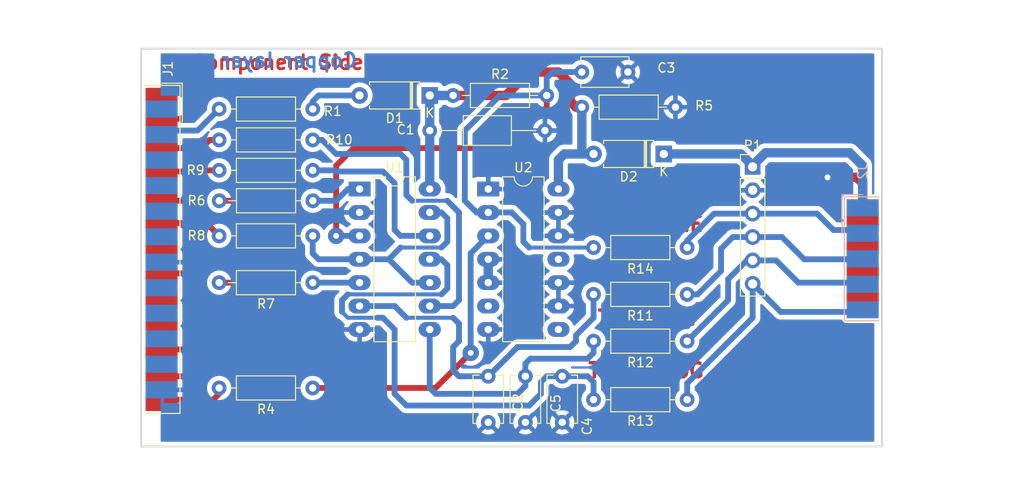
<source format=kicad_pcb>
(kicad_pcb (version 20210424) (generator pcbnew)
  (title_block (rev "1") (company "Kicad Demo"))
  (layers (0 "F.Cu" signal "top_copper") (31 "B.Cu" signal "bottom_copper") (34 "B.Paste" user) (35 "F.Paste" user) (36 "B.SilkS" user "B.Silkscreen") (37 "F.SilkS" user "F.Silkscreen") (38 "B.Mask" user) (39 "F.Mask" user) (44 "Edge.Cuts" user))
  (net 0 "")
  (net 1 "/CLK-D1")
  (net 2 "/CTRL-D3")
  (net 3 "/DONE-SELECT*")
  (net 4 "/PWR_3,3-5V")
  (net 5 "/TCK-CCLK")
  (net 6 "/TD0-DONE")
  (net 7 "/TD0-PROG-D4")
  (net 8 "/TDI-DIN")
  (net 9 "/TDI-DIN-D0")
  (net 10 "/TMS-PROG")
  (net 11 "/TMS-PROG-D2")
  (net 12 "/VCC_SENSE-ERROR*")
  (net 13 "GND")
  (net 14 "VCC")
  (net 15 "Net-(C3-Pad1)")
  (net 16 "Net-(R4-Pad1)")
  (net 20 "Net-(R6-Pad1)")
  (net 21 "Net-(R8-Pad1)")
  (net 22 "Net-(R7-Pad1)")
  (net 23 "Net-(C2-Pad1)")
  (net 24 "Net-(C5-Pad1)")
  (net 25 "Net-(R10-Pad1)")
  (net 26 "Net-(C4-Pad1)")
  (net 27 "Net-(R9-Pad1)")
  (net 28 "Net-(D1-Pad2)")
  (net 29 "Net-(J1-Pad11)")
  (footprint "Resistor_THT:R_Axial_DIN0207_L6.3mm_D2.5mm_P10.16mm_Horizontal" (layer "F.Cu") (at 162.56 88.9 180)
    (fp_text reference "R14" (at 5.08 -2.31 180) (layer "F.SilkS"))
    (fp_text value "100")
    (fp_line (start 0.98 0) (end 1.87 0) (layer "F.SilkS") (width 0.12))
    (fp_line (start 8.29 -1.31) (end 1.87 -1.31) (layer "F.SilkS") (width 0.12))
    (fp_line (start 1.87 1.31) (end 8.29 1.31) (layer "F.SilkS") (width 0.12))
    (fp_line (start 1.87 -1.31) (end 1.87 1.31) (layer "F.SilkS") (width 0.12))
    (fp_line (start 8.29 1.31) (end 8.29 -1.31) (layer "F.SilkS") (width 0.12))
    (fp_line (start 9.18 0) (end 8.29 0) (layer "F.SilkS") (width 0.12))
    (pad "1" thru_hole circle locked (at 0 0 180) (size 1.6 1.6) (drill 0.8) (layers *.Cu *.Mask) (net 6 "/TD0-DONE"))
    (pad "2" thru_hole oval locked (at 10.16 0 180) (size 1.6 1.6) (drill 0.8) (layers *.Cu *.Mask) (net 15 "Net-(C3-Pad1)"))
  )
  (footprint "Resistor_THT:R_Axial_DIN0207_L6.3mm_D2.5mm_P10.16mm_Horizontal" (layer "F.Cu") (at 121.92 80.518 180)
    (fp_text reference "R9" (at 12.72 0.018 180) (layer "F.SilkS"))
    (fp_text value "100")
    (fp_line (start 1.87 -1.31) (end 1.87 1.31) (layer "F.SilkS") (width 0.12))
    (fp_line (start 8.29 -1.31) (end 1.87 -1.31) (layer "F.SilkS") (width 0.12))
    (fp_line (start 8.29 1.31) (end 8.29 -1.31) (layer "F.SilkS") (width 0.12))
    (fp_line (start 1.87 1.31) (end 8.29 1.31) (layer "F.SilkS") (width 0.12))
    (fp_line (start 0.98 0) (end 1.87 0) (layer "F.SilkS") (width 0.12))
    (fp_line (start 9.18 0) (end 8.29 0) (layer "F.SilkS") (width 0.12))
    (pad "1" thru_hole circle locked (at 0 0 180) (size 1.6 1.6) (drill 0.8) (layers *.Cu *.Mask) (net 27 "Net-(R9-Pad1)"))
    (pad "2" thru_hole oval locked (at 10.16 0 180) (size 1.6 1.6) (drill 0.8) (layers *.Cu *.Mask) (net 11 "/TMS-PROG-D2"))
  )
  (footprint "Resistor_THT:R_Axial_DIN0207_L6.3mm_D2.5mm_P10.16mm_Horizontal" (layer "F.Cu") (at 121.92 104.14 180)
    (fp_text reference "R4" (at 5.08 -2.31 180) (layer "F.SilkS"))
    (fp_text value "47")
    (fp_line (start 1.87 1.31) (end 8.29 1.31) (layer "F.SilkS") (width 0.12))
    (fp_line (start 0.98 0) (end 1.87 0) (layer "F.SilkS") (width 0.12))
    (fp_line (start 1.87 -1.31) (end 1.87 1.31) (layer "F.SilkS") (width 0.12))
    (fp_line (start 8.29 -1.31) (end 1.87 -1.31) (layer "F.SilkS") (width 0.12))
    (fp_line (start 9.18 0) (end 8.29 0) (layer "F.SilkS") (width 0.12))
    (fp_line (start 8.29 1.31) (end 8.29 -1.31) (layer "F.SilkS") (width 0.12))
    (pad "1" thru_hole circle locked (at 0 0 180) (size 1.6 1.6) (drill 0.8) (layers *.Cu *.Mask) (net 16 "Net-(R4-Pad1)"))
    (pad "2" thru_hole oval locked (at 10.16 0 180) (size 1.6 1.6) (drill 0.8) (layers *.Cu *.Mask) (net 3 "/DONE-SELECT*"))
  )
  (footprint "Resistor_THT:R_Axial_DIN0207_L6.3mm_D2.5mm_P10.16mm_Horizontal" (layer "F.Cu") (at 162.56 105.41 180)
    (fp_text reference "R13" (at 5.08 -2.31 180) (layer "F.SilkS"))
    (fp_text value "100")
    (fp_line (start 9.18 0) (end 8.29 0) (layer "F.SilkS") (width 0.12))
    (fp_line (start 0.98 0) (end 1.87 0) (layer "F.SilkS") (width 0.12))
    (fp_line (start 8.29 1.31) (end 8.29 -1.31) (layer "F.SilkS") (width 0.12))
    (fp_line (start 8.29 -1.31) (end 1.87 -1.31) (layer "F.SilkS") (width 0.12))
    (fp_line (start 1.87 -1.31) (end 1.87 1.31) (layer "F.SilkS") (width 0.12))
    (fp_line (start 1.87 1.31) (end 8.29 1.31) (layer "F.SilkS") (width 0.12))
    (pad "1" thru_hole circle locked (at 0 0 180) (size 1.6 1.6) (drill 0.8) (layers *.Cu *.Mask) (net 10 "/TMS-PROG"))
    (pad "2" thru_hole oval locked (at 10.16 0 180) (size 1.6 1.6) (drill 0.8) (layers *.Cu *.Mask) (net 26 "Net-(C4-Pad1)"))
  )
  (footprint "Resistor_THT:R_Axial_DIN0207_L6.3mm_D2.5mm_P10.16mm_Horizontal" (layer "F.Cu") (at 162.56 99.06 180)
    (fp_text reference "R12" (at 5.08 -2.31 180) (layer "F.SilkS"))
    (fp_text value "100")
    (fp_line (start 1.87 1.31) (end 8.29 1.31) (layer "F.SilkS") (width 0.12))
    (fp_line (start 8.29 1.31) (end 8.29 -1.31) (layer "F.SilkS") (width 0.12))
    (fp_line (start 8.29 -1.31) (end 1.87 -1.31) (layer "F.SilkS") (width 0.12))
    (fp_line (start 1.87 -1.31) (end 1.87 1.31) (layer "F.SilkS") (width 0.12))
    (fp_line (start 0.98 0) (end 1.87 0) (layer "F.SilkS") (width 0.12))
    (fp_line (start 9.18 0) (end 8.29 0) (layer "F.SilkS") (width 0.12))
    (pad "1" thru_hole circle locked (at 0 0 180) (size 1.6 1.6) (drill 0.8) (layers *.Cu *.Mask) (net 5 "/TCK-CCLK"))
    (pad "2" thru_hole oval locked (at 10.16 0 180) (size 1.6 1.6) (drill 0.8) (layers *.Cu *.Mask) (net 24 "Net-(C5-Pad1)"))
  )
  (footprint "Resistor_THT:R_Axial_DIN0207_L6.3mm_D2.5mm_P10.16mm_Horizontal" (layer "F.Cu") (at 162.56 93.98 180)
    (fp_text reference "R11" (at 5.08 -2.31 180) (layer "F.SilkS"))
    (fp_text value "100")
    (fp_line (start 8.29 -1.31) (end 1.87 -1.31) (layer "F.SilkS") (width 0.12))
    (fp_line (start 8.29 1.31) (end 8.29 -1.31) (layer "F.SilkS") (width 0.12))
    (fp_line (start 1.87 1.31) (end 8.29 1.31) (layer "F.SilkS") (width 0.12))
    (fp_line (start 0.98 0) (end 1.87 0) (layer "F.SilkS") (width 0.12))
    (fp_line (start 9.18 0) (end 8.29 0) (layer "F.SilkS") (width 0.12))
    (fp_line (start 1.87 -1.31) (end 1.87 1.31) (layer "F.SilkS") (width 0.12))
    (pad "1" thru_hole circle locked (at 0 0 180) (size 1.6 1.6) (drill 0.8) (layers *.Cu *.Mask) (net 8 "/TDI-DIN"))
    (pad "2" thru_hole oval locked (at 10.16 0 180) (size 1.6 1.6) (drill 0.8) (layers *.Cu *.Mask) (net 23 "Net-(C2-Pad1)"))
  )
  (footprint "Resistor_THT:R_Axial_DIN0207_L6.3mm_D2.5mm_P10.16mm_Horizontal" (layer "F.Cu") (at 121.92 87.63 180)
    (fp_text reference "R8" (at 12.62 0.03 180) (layer "F.SilkS"))
    (fp_text value "100")
    (fp_line (start 8.29 1.31) (end 8.29 -1.31) (layer "F.SilkS") (width 0.12))
    (fp_line (start 1.87 -1.31) (end 1.87 1.31) (layer "F.SilkS") (width 0.12))
    (fp_line (start 9.18 0) (end 8.29 0) (layer "F.SilkS") (width 0.12))
    (fp_line (start 8.29 -1.31) (end 1.87 -1.31) (layer "F.SilkS") (width 0.12))
    (fp_line (start 0.98 0) (end 1.87 0) (layer "F.SilkS") (width 0.12))
    (fp_line (start 1.87 1.31) (end 8.29 1.31) (layer "F.SilkS") (width 0.12))
    (pad "1" thru_hole circle locked (at 0 0 180) (size 1.6 1.6) (drill 0.8) (layers *.Cu *.Mask) (net 21 "Net-(R8-Pad1)"))
    (pad "2" thru_hole oval locked (at 10.16 0 180) (size 1.6 1.6) (drill 0.8) (layers *.Cu *.Mask) (net 2 "/CTRL-D3"))
  )
  (footprint "Resistor_THT:R_Axial_DIN0207_L6.3mm_D2.5mm_P10.16mm_Horizontal" (layer "F.Cu") (at 121.92 92.71 180)
    (fp_text reference "R7" (at 5.08 -2.31 180) (layer "F.SilkS"))
    (fp_text value "100")
    (fp_line (start 1.87 -1.31) (end 1.87 1.31) (layer "F.SilkS") (width 0.12))
    (fp_line (start 0.98 0) (end 1.87 0) (layer "F.SilkS") (width 0.12))
    (fp_line (start 8.29 1.31) (end 8.29 -1.31) (layer "F.SilkS") (width 0.12))
    (fp_line (start 9.18 0) (end 8.29 0) (layer "F.SilkS") (width 0.12))
    (fp_line (start 8.29 -1.31) (end 1.87 -1.31) (layer "F.SilkS") (width 0.12))
    (fp_line (start 1.87 1.31) (end 8.29 1.31) (layer "F.SilkS") (width 0.12))
    (pad "1" thru_hole circle locked (at 0 0 180) (size 1.6 1.6) (drill 0.8) (layers *.Cu *.Mask) (net 22 "Net-(R7-Pad1)"))
    (pad "2" thru_hole oval locked (at 10.16 0 180) (size 1.6 1.6) (drill 0.8) (layers *.Cu *.Mask) (net 9 "/TDI-DIN-D0"))
  )
  (footprint "Resistor_THT:R_Axial_DIN0207_L6.3mm_D2.5mm_P10.16mm_Horizontal" (layer "F.Cu") (at 121.9327 83.82 180)
    (fp_text reference "R6" (at 12.6327 0.02 180) (layer "F.SilkS"))
    (fp_text value "100")
    (fp_line (start 0.98 0) (end 1.87 0) (layer "F.SilkS") (width 0.12))
    (fp_line (start 1.87 -1.31) (end 1.87 1.31) (layer "F.SilkS") (width 0.12))
    (fp_line (start 9.18 0) (end 8.29 0) (layer "F.SilkS") (width 0.12))
    (fp_line (start 1.87 1.31) (end 8.29 1.31) (layer "F.SilkS") (width 0.12))
    (fp_line (start 8.29 -1.31) (end 1.87 -1.31) (layer "F.SilkS") (width 0.12))
    (fp_line (start 8.29 1.31) (end 8.29 -1.31) (layer "F.SilkS") (width 0.12))
    (pad "1" thru_hole circle locked (at 0 0 180) (size 1.6 1.6) (drill 0.8) (layers *.Cu *.Mask) (net 20 "Net-(R6-Pad1)"))
    (pad "2" thru_hole oval locked (at 10.16 0 180) (size 1.6 1.6) (drill 0.8) (layers *.Cu *.Mask) (net 7 "/TD0-PROG-D4"))
  )
  (footprint "Resistor_THT:R_Axial_DIN0207_L6.3mm_D2.5mm_P10.16mm_Horizontal" (layer "F.Cu") (at 137.16 72.39)
    (fp_text reference "R2" (at 5.08 -2.31) (layer "F.SilkS"))
    (fp_text value "5,1K")
    (fp_line (start 0.98 0) (end 1.87 0) (layer "F.SilkS") (width 0.12))
    (fp_line (start 8.29 1.31) (end 8.29 -1.31) (layer "F.SilkS") (width 0.12))
    (fp_line (start 9.18 0) (end 8.29 0) (layer "F.SilkS") (width 0.12))
    (fp_line (start 1.87 -1.31) (end 1.87 1.31) (layer "F.SilkS") (width 0.12))
    (fp_line (start 1.87 1.31) (end 8.29 1.31) (layer "F.SilkS") (width 0.12))
    (fp_line (start 8.29 -1.31) (end 1.87 -1.31) (layer "F.SilkS") (width 0.12))
    (pad "1" thru_hole circle locked (at 0 0) (size 1.6 1.6) (drill 0.8) (layers *.Cu *.Mask) (net 14 "VCC"))
    (pad "2" thru_hole oval locked (at 10.16 0) (size 1.6 1.6) (drill 0.8) (layers *.Cu *.Mask) (net 15 "Net-(C3-Pad1)"))
  )
  (footprint "Resistor_THT:R_Axial_DIN0207_L6.3mm_D2.5mm_P10.16mm_Horizontal" (layer "F.Cu") (at 151.13 73.66)
    (fp_text reference "R5" (at 13.27 -0.16) (layer "F.SilkS"))
    (fp_text value "1K")
    (fp_line (start 1.87 -1.31) (end 1.87 1.31) (layer "F.SilkS") (width 0.12))
    (fp_line (start 8.29 1.31) (end 8.29 -1.31) (layer "F.SilkS") (width 0.12))
    (fp_line (start 8.29 -1.31) (end 1.87 -1.31) (layer "F.SilkS") (width 0.12))
    (fp_line (start 9.18 0) (end 8.29 0) (layer "F.SilkS") (width 0.12))
    (fp_line (start 1.87 1.31) (end 8.29 1.31) (layer "F.SilkS") (width 0.12))
    (fp_line (start 0.98 0) (end 1.87 0) (layer "F.SilkS") (width 0.12))
    (pad "1" thru_hole circle locked (at 0 0) (size 1.6 1.6) (drill 0.8) (layers *.Cu *.Mask) (net 14 "VCC"))
    (pad "2" thru_hole oval locked (at 10.16 0) (size 1.6 1.6) (drill 0.8) (layers *.Cu *.Mask) (net 13 "GND"))
  )
  (footprint "Resistor_THT:R_Axial_DIN0207_L6.3mm_D2.5mm_P10.16mm_Horizontal" (layer "F.Cu") (at 121.92 77.216 180)
    (fp_text reference "R10" (at -2.88 0.016 180) (layer "F.SilkS"))
    (fp_text value "100")
    (fp_line (start 8.29 -1.31) (end 1.87 -1.31) (layer "F.SilkS") (width 0.12))
    (fp_line (start 0.98 0) (end 1.87 0) (layer "F.SilkS") (width 0.12))
    (fp_line (start 1.87 1.31) (end 8.29 1.31) (layer "F.SilkS") (width 0.12))
    (fp_line (start 8.29 1.31) (end 8.29 -1.31) (layer "F.SilkS") (width 0.12))
    (fp_line (start 1.87 -1.31) (end 1.87 1.31) (layer "F.SilkS") (width 0.12))
    (fp_line (start 9.18 0) (end 8.29 0) (layer "F.SilkS") (width 0.12))
    (pad "1" thru_hole circle locked (at 0 0 180) (size 1.6 1.6) (drill 0.8) (layers *.Cu *.Mask) (net 25 "Net-(R10-Pad1)"))
    (pad "2" thru_hole oval locked (at 10.16 0 180) (size 1.6 1.6) (drill 0.8) (layers *.Cu *.Mask) (net 1 "/CLK-D1"))
  )
  (footprint "Diode_THT:D_A-405_P7.62mm_Horizontal" (layer "F.Cu") (at 160.02 78.74 180)
    (fp_text reference "D2" (at 3.81 -2.47 180) (layer "F.SilkS"))
    (fp_text value "BAT46")
    (fp_text user "K" (at 0 -1.9 180) (layer "F.SilkS"))
    (fp_line (start 1.87 -1.47) (end 1.87 1.47) (layer "F.SilkS") (width 0.12))
    (fp_line (start 1.09 1.47) (end 6.53 1.47) (layer "F.SilkS") (width 0.12))
    (fp_line (start 1.99 -1.47) (end 1.99 1.47) (layer "F.SilkS") (width 0.12))
    (fp_line (start 6.53 1.47) (end 6.53 1.14) (layer "F.SilkS") (width 0.12))
    (fp_line (start 1.09 -1.47) (end 6.53 -1.47) (layer "F.SilkS") (width 0.12))
    (fp_line (start 6.53 -1.47) (end 6.53 -1.14) (layer "F.SilkS") (width 0.12))
    (fp_line (start 1.09 -1.14) (end 1.09 -1.47) (layer "F.SilkS") (width 0.12))
    (fp_line (start 1.09 1.14) (end 1.09 1.47) (layer "F.SilkS") (width 0.12))
    (fp_line (start 2.11 -1.47) (end 2.11 1.47) (layer "F.SilkS") (width 0.12))
    (pad "1" thru_hole rect locked (at 0 0 180) (size 1.8 1.8) (drill 0.9) (layers *.Cu *.Mask) (net 4 "/PWR_3,3-5V"))
    (pad "2" thru_hole oval locked (at 7.62 0 180) (size 1.8 1.8) (drill 0.9) (layers *.Cu *.Mask) (net 14 "VCC"))
  )
  (footprint "Diode_THT:D_A-405_P7.62mm_Horizontal" (layer "F.Cu") (at 134.62 72.39 180)
    (fp_text reference "D1" (at 3.81 -2.47 180) (layer "F.SilkS"))
    (fp_text value "BAT46")
    (fp_text user "K" (at 0 -1.9 180) (layer "F.SilkS"))
    (fp_line (start 1.87 -1.47) (end 1.87 1.47) (layer "F.SilkS") (width 0.12))
    (fp_line (start 6.53 -1.47) (end 6.53 -1.14) (layer "F.SilkS") (width 0.12))
    (fp_line (start 1.09 -1.47) (end 6.53 -1.47) (layer "F.SilkS") (width 0.12))
    (fp_line (start 1.09 -1.14) (end 1.09 -1.47) (layer "F.SilkS") (width 0.12))
    (fp_line (start 1.09 1.14) (end 1.09 1.47) (layer "F.SilkS") (width 0.12))
    (fp_line (start 1.99 -1.47) (end 1.99 1.47) (layer "F.SilkS") (width 0.12))
    (fp_line (start 6.53 1.47) (end 6.53 1.14) (layer "F.SilkS") (width 0.12))
    (fp_line (start 2.11 -1.47) (end 2.11 1.47) (layer "F.SilkS") (width 0.12))
    (fp_line (start 1.09 1.47) (end 6.53 1.47) (layer "F.SilkS") (width 0.12))
    (pad "1" thru_hole rect locked (at 0 0 180) (size 1.8 1.8) (drill 0.9) (layers *.Cu *.Mask) (net 14 "VCC"))
    (pad "2" thru_hole oval locked (at 7.62 0 180) (size 1.8 1.8) (drill 0.9) (layers *.Cu *.Mask) (net 28 "Net-(D1-Pad2)"))
  )
  (footprint "Resistor_THT:R_Axial_DIN0207_L6.3mm_D2.5mm_P10.16mm_Horizontal" (layer "F.Cu") (at 121.92 73.8632 180)
    (fp_text reference "R1" (at -2.18 -0.2368 180) (layer "F.SilkS"))
    (fp_text value "100")
    (fp_line (start 8.29 1.31) (end 8.29 -1.31) (layer "F.SilkS") (width 0.12))
    (fp_line (start 1.87 -1.31) (end 1.87 1.31) (layer "F.SilkS") (width 0.12))
    (fp_line (start 0.98 0) (end 1.87 0) (layer "F.SilkS") (width 0.12))
    (fp_line (start 9.18 0) (end 8.29 0) (layer "F.SilkS") (width 0.12))
    (fp_line (start 1.87 1.31) (end 8.29 1.31) (layer "F.SilkS") (width 0.12))
    (fp_line (start 8.29 -1.31) (end 1.87 -1.31) (layer "F.SilkS") (width 0.12))
    (pad "1" thru_hole circle locked (at 0 0 180) (size 1.6 1.6) (drill 0.8) (layers *.Cu *.Mask) (net 28 "Net-(D1-Pad2)"))
    (pad "2" thru_hole oval locked (at 10.16 0 180) (size 1.6 1.6) (drill 0.8) (layers *.Cu *.Mask) (net 12 "/VCC_SENSE-ERROR*"))
  )
  (footprint "Capacitor_THT:C_Axial_L5.1mm_D3.1mm_P12.50mm_Horizontal" (layer "F.Cu") (at 134.62 76.2)
    (fp_text reference "C1" (at -2.62 -0.1) (layer "F.SilkS"))
    (fp_text value "1uF")
    (fp_line (start 3.64 1.61) (end 8.86 1.61) (layer "F.SilkS") (width 0.12))
    (fp_line (start 3.64 -1.61) (end 3.64 1.61) (layer "F.SilkS") (width 0.12))
    (fp_line (start 0.98 0) (end 3.64 0) (layer "F.SilkS") (width 0.12))
    (fp_line (start 8.86 1.61) (end 8.86 -1.61) (layer "F.SilkS") (width 0.12))
    (fp_line (start 8.86 -1.61) (end 3.64 -1.61) (layer "F.SilkS") (width 0.12))
    (fp_line (start 11.52 0) (end 8.86 0) (layer "F.SilkS") (width 0.12))
    (pad "1" thru_hole circle locked (at 0 0) (size 1.6 1.6) (drill 0.8) (layers *.Cu *.Mask) (net 14 "VCC"))
    (pad "2" thru_hole oval locked (at 12.5 0) (size 1.6 1.6) (drill 0.8) (layers *.Cu *.Mask) (net 13 "GND"))
  )
  (footprint "Connector_PinHeader_2.54mm:PinHeader_1x06_P2.54mm_Vertical" (layer "F.Cu") (at 169.672 80.137)
    (fp_text reference "P1" (at 0 -2.33) (layer "F.SilkS"))
    (fp_text value "CONN_6")
    (fp_line (start -1.33 1.27) (end 1.33 1.27) (layer "F.SilkS") (width 0.12))
    (fp_line (start -1.33 14.03) (end 1.33 14.03) (layer "F.SilkS") (width 0.12))
    (fp_line (start -1.33 1.27) (end -1.33 14.03) (layer "F.SilkS") (width 0.12))
    (fp_line (start 1.33 1.27) (end 1.33 14.03) (layer "F.SilkS") (width 0.12))
    (fp_line (start -1.33 -1.33) (end 0 -1.33) (layer "F.SilkS") (width 0.12))
    (fp_line (start -1.33 0) (end -1.33 -1.33) (layer "F.SilkS") (width 0.12))
    (pad "1" thru_hole rect locked (at 0 0) (size 1.7 1.7) (drill 1) (layers *.Cu *.Mask) (net 4 "/PWR_3,3-5V"))
    (pad "2" thru_hole oval locked (at 0 2.54) (size 1.7 1.7) (drill 1) (layers *.Cu *.Mask) (net 13 "GND"))
    (pad "3" thru_hole oval locked (at 0 5.08) (size 1.7 1.7) (drill 1) (layers *.Cu *.Mask) (net 6 "/TD0-DONE"))
    (pad "4" thru_hole oval locked (at 0 7.62) (size 1.7 1.7) (drill 1) (layers *.Cu *.Mask) (net 8 "/TDI-DIN"))
    (pad "5" thru_hole oval locked (at 0 10.16) (size 1.7 1.7) (drill 1) (layers *.Cu *.Mask) (net 5 "/TCK-CCLK"))
    (pad "6" thru_hole oval locked (at 0 12.7) (size 1.7 1.7) (drill 1) (layers *.Cu *.Mask) (net 10 "/TMS-PROG"))
  )
  (footprint "Package_DIP:DIP-14_W7.62mm_LongPads" (layer "F.Cu") (at 140.97 82.55)
    (fp_text reference "U2" (at 3.81 -2.33) (layer "F.SilkS"))
    (fp_text value "74LS125")
    (fp_line (start 6.06 16.57) (end 6.06 -1.33) (layer "F.SilkS") (width 0.12))
    (fp_line (start 2.81 -1.33) (end 1.56 -1.33) (layer "F.SilkS") (width 0.12))
    (fp_line (start 1.56 16.57) (end 6.06 16.57) (layer "F.SilkS") (width 0.12))
    (fp_line (start 1.56 -1.33) (end 1.56 16.57) (layer "F.SilkS") (width 0.12))
    (fp_line (start 6.06 -1.33) (end 4.81 -1.33) (layer "F.SilkS") (width 0.12))
    (fp_arc (start 3.81 -1.33) (end 2.81 -1.33) (angle -180) (layer "F.SilkS") (width 0.12))
    (pad "1" thru_hole rect locked (at 0 0) (size 2.4 1.6) (drill 0.8) (layers *.Cu *.Mask) (net 13 "GND"))
    (pad "2" thru_hole oval locked (at 0 2.54) (size 2.4 1.6) (drill 0.8) (layers *.Cu *.Mask) (net 15 "Net-(C3-Pad1)"))
    (pad "3" thru_hole oval locked (at 0 5.08) (size 2.4 1.6) (drill 0.8) (layers *.Cu *.Mask) (net 16 "Net-(R4-Pad1)"))
    (pad "4" thru_hole oval locked (at 0 7.62) (size 2.4 1.6) (drill 0.8) (layers *.Cu *.Mask) (net 13 "GND"))
    (pad "5" thru_hole oval locked (at 0 10.16) (size 2.4 1.6) (drill 0.8) (layers *.Cu *.Mask) (net 13 "GND"))
    (pad "6" thru_hole oval locked (at 0 12.7) (size 2.4 1.6) (drill 0.8) (layers *.Cu *.Mask))
    (pad "7" thru_hole oval locked (at 0 15.24) (size 2.4 1.6) (drill 0.8) (layers *.Cu *.Mask) (net 13 "GND"))
    (pad "8" thru_hole oval locked (at 7.62 15.24) (size 2.4 1.6) (drill 0.8) (layers *.Cu *.Mask))
    (pad "9" thru_hole oval locked (at 7.62 12.7) (size 2.4 1.6) (drill 0.8) (layers *.Cu *.Mask) (net 13 "GND"))
    (pad "10" thru_hole oval locked (at 7.62 10.16) (size 2.4 1.6) (drill 0.8) (layers *.Cu *.Mask) (net 13 "GND"))
    (pad "11" thru_hole oval locked (at 7.62 7.62) (size 2.4 1.6) (drill 0.8) (layers *.Cu *.Mask))
    (pad "12" thru_hole oval locked (at 7.62 5.08) (size 2.4 1.6) (drill 0.8) (layers *.Cu *.Mask) (net 13 "GND"))
    (pad "13" thru_hole oval locked (at 7.62 2.54) (size 2.4 1.6) (drill 0.8) (layers *.Cu *.Mask) (net 13 "GND"))
    (pad "14" thru_hole oval locked (at 7.62 0) (size 2.4 1.6) (drill 0.8) (layers *.Cu *.Mask) (net 14 "VCC"))
  )
  (footprint "Package_DIP:DIP-14_W7.62mm_LongPads" (layer "F.Cu") (at 127 82.55)
    (fp_text reference "U1" (at 3.81 -2.33) (layer "F.SilkS"))
    (fp_text value "74LS125")
    (fp_line (start 6.06 -1.33) (end 4.81 -1.33) (layer "F.SilkS") (width 0.12))
    (fp_line (start 1.56 -1.33) (end 1.56 16.57) (layer "F.SilkS") (width 0.12))
    (fp_line (start 2.81 -1.33) (end 1.56 -1.33) (layer "F.SilkS") (width 0.12))
    (fp_line (start 6.06 16.57) (end 6.06 -1.33) (layer "F.SilkS") (width 0.12))
    (fp_line (start 1.56 16.57) (end 6.06 16.57) (layer "F.SilkS") (width 0.12))
    (fp_arc (start 3.81 -1.33) (end 2.81 -1.33) (angle -180) (layer "F.SilkS") (width 0.12))
    (pad "1" thru_hole rect locked (at 0 0) (size 2.4 1.6) (drill 0.8) (layers *.Cu *.Mask) (net 20 "Net-(R6-Pad1)"))
    (pad "2" thru_hole oval locked (at 0 2.54) (size 2.4 1.6) (drill 0.8) (layers *.Cu *.Mask) (net 13 "GND"))
    (pad "3" thru_hole oval locked (at 0 5.08) (size 2.4 1.6) (drill 0.8) (layers *.Cu *.Mask) (net 15 "Net-(C3-Pad1)"))
    (pad "4" thru_hole oval locked (at 0 7.62) (size 2.4 1.6) (drill 0.8) (layers *.Cu *.Mask) (net 21 "Net-(R8-Pad1)"))
    (pad "5" thru_hole oval locked (at 0 10.16) (size 2.4 1.6) (drill 0.8) (layers *.Cu *.Mask) (net 22 "Net-(R7-Pad1)"))
    (pad "6" thru_hole oval locked (at 0 12.7) (size 2.4 1.6) (drill 0.8) (layers *.Cu *.Mask) (net 23 "Net-(C2-Pad1)"))
    (pad "7" thru_hole oval locked (at 0 15.24) (size 2.4 1.6) (drill 0.8) (layers *.Cu *.Mask) (net 13 "GND"))
    (pad "8" thru_hole oval locked (at 7.62 15.24) (size 2.4 1.6) (drill 0.8) (layers *.Cu *.Mask) (net 24 "Net-(C5-Pad1)"))
    (pad "9" thru_hole oval locked (at 7.62 12.7) (size 2.4 1.6) (drill 0.8) (layers *.Cu *.Mask) (net 25 "Net-(R10-Pad1)"))
    (pad "10" thru_hole oval locked (at 7.62 10.16) (size 2.4 1.6) (drill 0.8) (layers *.Cu *.Mask) (net 21 "Net-(R8-Pad1)"))
    (pad "11" thru_hole oval locked (at 7.62 7.62) (size 2.4 1.6) (drill 0.8) (layers *.Cu *.Mask) (net 26 "Net-(C4-Pad1)"))
    (pad "12" thru_hole oval locked (at 7.62 5.08) (size 2.4 1.6) (drill 0.8) (layers *.Cu *.Mask) (net 27 "Net-(R9-Pad1)"))
    (pad "13" thru_hole oval locked (at 7.62 2.54) (size 2.4 1.6) (drill 0.8) (layers *.Cu *.Mask) (net 21 "Net-(R8-Pad1)"))
    (pad "14" thru_hole oval locked (at 7.62 0) (size 2.4 1.6) (drill 0.8) (layers *.Cu *.Mask) (net 14 "VCC"))
  )
  (footprint "Capacitor_THT:C_Disc_D5.1mm_W3.2mm_P5.00mm" (layer "F.Cu") (at 145 102.87 -90)
    (fp_text reference "C5" (at 2.93 -3.3 -90) (layer "F.SilkS"))
    (fp_text value "100pF")
    (fp_line (start -0.11 -1.66) (end -0.11 -0.996) (layer "F.SilkS") (width 0.12))
    (fp_line (start 5.11 0.996) (end 5.11 1.66) (layer "F.SilkS") (width 0.12))
    (fp_line (start -0.11 -1.66) (end 5.11 -1.66) (layer "F.SilkS") (width 0.12))
    (fp_line (start -0.11 0.996) (end -0.11 1.66) (layer "F.SilkS") (width 0.12))
    (fp_line (start -0.11 1.66) (end 5.11 1.66) (layer "F.SilkS") (width 0.12))
    (fp_line (start 5.11 -1.66) (end 5.11 -0.996) (layer "F.SilkS") (width 0.12))
    (pad "1" thru_hole circle locked (at 0 0 270) (size 1.6 1.6) (drill 0.8) (layers *.Cu *.Mask) (net 24 "Net-(C5-Pad1)"))
    (pad "2" thru_hole circle locked (at 5 0 270) (size 1.6 1.6) (drill 0.8) (layers *.Cu *.Mask) (net 13 "GND"))
  )
  (footprint "Capacitor_THT:C_Disc_D5.1mm_W3.2mm_P5.00mm" (layer "F.Cu") (at 149 102.87 -90)
    (fp_text reference "C4" (at 5.43 -2.7 -90) (layer "F.SilkS"))
    (fp_text value "100pF")
    (fp_line (start -0.11 -1.66) (end -0.11 -0.996) (layer "F.SilkS") (width 0.12))
    (fp_line (start 5.11 -1.66) (end 5.11 -0.996) (layer "F.SilkS") (width 0.12))
    (fp_line (start 5.11 0.996) (end 5.11 1.66) (layer "F.SilkS") (width 0.12))
    (fp_line (start -0.11 1.66) (end 5.11 1.66) (layer "F.SilkS") (width 0.12))
    (fp_line (start -0.11 -1.66) (end 5.11 -1.66) (layer "F.SilkS") (width 0.12))
    (fp_line (start -0.11 0.996) (end -0.11 1.66) (layer "F.SilkS") (width 0.12))
    (pad "1" thru_hole circle locked (at 0 0 270) (size 1.6 1.6) (drill 0.8) (layers *.Cu *.Mask) (net 26 "Net-(C4-Pad1)"))
    (pad "2" thru_hole circle locked (at 5 0 270) (size 1.6 1.6) (drill 0.8) (layers *.Cu *.Mask) (net 13 "GND"))
  )
  (footprint "Capacitor_THT:C_Disc_D5.1mm_W3.2mm_P5.00mm" (layer "F.Cu") (at 151.13 69.85)
    (fp_text reference "C3" (at 9.17 -0.45) (layer "F.SilkS"))
    (fp_text value "100pF")
    (fp_line (start -0.11 -1.66) (end -0.11 -0.996) (layer "F.SilkS") (width 0.12))
    (fp_line (start -0.11 0.996) (end -0.11 1.66) (layer "F.SilkS") (width 0.12))
    (fp_line (start -0.11 1.66) (end 5.11 1.66) (layer "F.SilkS") (width 0.12))
    (fp_line (start -0.11 -1.66) (end 5.11 -1.66) (layer "F.SilkS") (width 0.12))
    (fp_line (start 5.11 -1.66) (end 5.11 -0.996) (layer "F.SilkS") (width 0.12))
    (fp_line (start 5.11 0.996) (end 5.11 1.66) (layer "F.SilkS") (width 0.12))
    (pad "1" thru_hole circle locked (at 0 0) (size 1.6 1.6) (drill 0.8) (layers *.Cu *.Mask) (net 15 "Net-(C3-Pad1)"))
    (pad "2" thru_hole circle locked (at 5 0) (size 1.6 1.6) (drill 0.8) (layers *.Cu *.Mask) (net 13 "GND"))
  )
  (footprint "Capacitor_THT:C_Disc_D5.1mm_W3.2mm_P5.00mm" (layer "F.Cu") (at 140.97 102.87 -90)
    (fp_text reference "C2" (at 2.83 -3.23 -90) (layer "F.SilkS"))
    (fp_text value "100pF")
    (fp_line (start -0.11 -1.66) (end -0.11 -0.996) (layer "F.SilkS") (width 0.12))
    (fp_line (start -0.11 0.996) (end -0.11 1.66) (layer "F.SilkS") (width 0.12))
    (fp_line (start -0.11 1.66) (end 5.11 1.66) (layer "F.SilkS") (width 0.12))
    (fp_line (start 5.11 -1.66) (end 5.11 -0.996) (layer "F.SilkS") (width 0.12))
    (fp_line (start -0.11 -1.66) (end 5.11 -1.66) (layer "F.SilkS") (width 0.12))
    (fp_line (start 5.11 0.996) (end 5.11 1.66) (layer "F.SilkS") (width 0.12))
    (pad "1" thru_hole circle locked (at 0 0 270) (size 1.6 1.6) (drill 0.8) (layers *.Cu *.Mask) (net 23 "Net-(C2-Pad1)"))
    (pad "2" thru_hole circle locked (at 5 0 270) (size 1.6 1.6) (drill 0.8) (layers *.Cu *.Mask) (net 13 "GND"))
  )
  (footprint "Connector_Dsub:DSUB-25_Male_EdgeMount_P2.77mm" (layer "F.Cu") (at 105.5116 89.1032 -90)
    (fp_text reference "J1" (at -19.6032 -0.6884 -90) (layer "F.SilkS"))
    (fp_text value "DB25MALE")
    (fp_line (start -18.043333 0) (end -18.043333 -2.24) (layer "F.SilkS") (width 0.12))
    (fp_line (start -17.803333 -2) (end -17.803333 1.74) (layer "F.SilkS") (width 0.12))
    (fp_line (start -18.043333 -2.24) (end -13.85 -2.24) (layer "F.SilkS") (width 0.12))
    (fp_line (start 17.803333 1.74) (end 17.803333 -2) (layer "F.SilkS") (width 0.12))
    (fp_line (start 17.803333 -2) (end -17.803333 -2) (layer "F.SilkS") (width 0.12))
    (pad "1" smd rect locked (at -16.62 0 270) (size 1.846667 3.48) (layers "F.Cu" "F.Paste" "F.Mask"))
    (pad "2" smd rect locked (at -13.85 0 270) (size 1.846667 3.48) (layers "F.Cu" "F.Paste" "F.Mask") (net 9 "/TDI-DIN-D0"))
    (pad "3" smd rect locked (at -11.08 0 270) (size 1.846667 3.48) (layers "F.Cu" "F.Paste" "F.Mask") (net 1 "/CLK-D1"))
    (pad "4" smd rect locked (at -8.31 0 270) (size 1.846667 3.48) (layers "F.Cu" "F.Paste" "F.Mask") (net 11 "/TMS-PROG-D2"))
    (pad "5" smd rect locked (at -5.54 0 270) (size 1.846667 3.48) (layers "F.Cu" "F.Paste" "F.Mask") (net 2 "/CTRL-D3"))
    (pad "6" smd rect locked (at -2.77 0 270) (size 1.846667 3.48) (layers "F.Cu" "F.Paste" "F.Mask") (net 7 "/TD0-PROG-D4"))
    (pad "7" smd rect locked (at 0 0 270) (size 1.846667 3.48) (layers "F.Cu" "F.Paste" "F.Mask"))
    (pad "8" smd rect locked (at 2.77 0 270) (size 1.846667 3.48) (layers "F.Cu" "F.Paste" "F.Mask") (net 29 "Net-(J1-Pad11)"))
    (pad "9" smd rect locked (at 5.54 0 270) (size 1.846667 3.48) (layers "F.Cu" "F.Paste" "F.Mask"))
    (pad "10" smd rect locked (at 8.31 0 270) (size 1.846667 3.48) (layers "F.Cu" "F.Paste" "F.Mask"))
    (pad "11" smd rect locked (at 11.08 0 270) (size 1.846667 3.48) (layers "F.Cu" "F.Paste" "F.Mask") (net 29 "Net-(J1-Pad11)"))
    (pad "12" smd rect locked (at 13.85 0 270) (size 1.846667 3.48) (layers "F.Cu" "F.Paste" "F.Mask") (net 29 "Net-(J1-Pad11)"))
    (pad "13" smd rect locked (at 16.62 0 270) (size 1.846667 3.48) (layers "F.Cu" "F.Paste" "F.Mask") (net 3 "/DONE-SELECT*"))
    (pad "14" smd rect locked (at -15.235 0 270) (size 1.846667 3.48) (layers "B.Cu" "B.Paste" "B.Mask"))
    (pad "15" smd rect locked (at -12.465 0 270) (size 1.846667 3.48) (layers "B.Cu" "B.Paste" "B.Mask") (net 12 "/VCC_SENSE-ERROR*"))
    (pad "16" smd rect locked (at -9.695 0 270) (size 1.846667 3.48) (layers "B.Cu" "B.Paste" "B.Mask"))
    (pad "17" smd rect locked (at -6.925 0 270) (size 1.846667 3.48) (layers "B.Cu" "B.Paste" "B.Mask"))
    (pad "18" smd rect locked (at -4.155 0 270) (size 1.846667 3.48) (layers "B.Cu" "B.Paste" "B.Mask"))
    (pad "19" smd rect locked (at -1.385 0 270) (size 1.846667 3.48) (layers "B.Cu" "B.Paste" "B.Mask"))
    (pad "20" smd rect locked (at 1.385 0 270) (size 1.846667 3.48) (layers "B.Cu" "B.Paste" "B.Mask") (net 13 "GND"))
    (pad "21" smd rect locked (at 4.155 0 270) (size 1.846667 3.48) (layers "B.Cu" "B.Paste" "B.Mask"))
    (pad "22" smd rect locked (at 6.925 0 270) (size 1.846667 3.48) (layers "B.Cu" "B.Paste" "B.Mask"))
    (pad "23" smd rect locked (at 9.695 0 270) (size 1.846667 3.48) (layers "B.Cu" "B.Paste" "B.Mask"))
    (pad "24" smd rect locked (at 12.465 0 270) (size 1.846667 3.48) (layers "B.Cu" "B.Paste" "B.Mask"))
    (pad "25" smd rect locked (at 15.235 0 270) (size 1.846667 3.48) (layers "B.Cu" "B.Paste" "B.Mask") (net 13 "GND"))
  )
  (footprint "Connector_Dsub:DSUB-9_Male_EdgeMount_P2.77mm" (layer "B.Cu") (at 181.61 90.1192 -90)
    (fp_text reference "J2" (at -9.463333 0 -90) (layer "B.SilkS") (effects (justify mirror)))
    (fp_text value "DB9MALE")
    (fp_line (start -6.963333 0) (end -6.963333 2.24) (layer "B.SilkS") (width 0.12))
    (fp_line (start 6.723333 2) (end -6.723333 2) (layer "B.SilkS") (width 0.12))
    (fp_line (start -6.963333 2.24) (end -2.77 2.24) (layer "B.SilkS") (width 0.12))
    (fp_line (start -6.723333 2) (end -6.723333 -1.74) (layer "B.SilkS") (width 0.12))
    (fp_line (start 6.723333 -1.74) (end 6.723333 2) (layer "B.SilkS") (width 0.12))
    (pad "1" smd rect locked (at -5.54 0 270) (size 1.846667 3.48) (layers "B.Cu" "B.Paste" "B.Mask") (net 4 "/PWR_3,3-5V"))
    (pad "2" smd rect locked (at -2.77 0 270) (size 1.846667 3.48) (layers "B.Cu" "B.Paste" "B.Mask") (net 6 "/TD0-DONE"))
    (pad "3" smd rect locked (at 0 0 270) (size 1.846667 3.48) (layers "B.Cu" "B.Paste" "B.Mask") (net 8 "/TDI-DIN"))
    (pad "4" smd rect locked (at 2.77 0 270) (size 1.846667 3.48) (layers "B.Cu" "B.Paste" "B.Mask") (net 5 "/TCK-CCLK"))
    (pad "5" smd rect locked (at 5.54 0 270) (size 1.846667 3.48) (layers "B.Cu" "B.Paste" "B.Mask") (net 10 "/TMS-PROG"))
    (pad "6" smd rect locked (at -4.155 0 270) (size 1.846667 3.48) (layers "F.Cu" "F.Paste" "F.Mask") (net 13 "GND"))
    (pad "7" smd rect locked (at -1.385 0 270) (size 1.846667 3.48) (layers "F.Cu" "F.Paste" "F.Mask") (net 13 "GND"))
    (pad "8" smd rect locked (at 1.385 0 270) (size 1.846667 3.48) (layers "F.Cu" "F.Paste" "F.Mask") (net 13 "GND"))
    (pad "9" smd rect locked (at 4.155 0 270) (size 1.846667 3.48) (layers "F.Cu" "F.Paste" "F.Mask") (net 13 "GND"))
  )
  (gr_line (start 103.3 110.49) (end 103.3 67.31) (angle 90) (layer "Edge.Cuts") (width 0.2))
  (gr_line (start 183.7 110.49) (end 103.3 110.49) (angle 90) (layer "Edge.Cuts") (width 0.2))
  (gr_line (start 103.3 67.31) (end 183.7 67.31) (angle 90) (layer "Edge.Cuts") (width 0.2))
  (gr_line (start 183.7 67.31) (end 183.7 110.49) (angle 90) (layer "Edge.Cuts") (width 0.2))
  (gr_text "TMS-PROG" (at 158.115 102.235) (layer "F.Cu") (effects (font (size 1.524 1.524) (thickness 0.381))))
  (gr_text "TDO-DONE" (at 158.115 86.36) (layer "F.Cu") (effects (font (size 1.524 1.524) (thickness 0.381))))
  (gr_text "GND" (at 162.56 81.28) (layer "F.Cu") (effects (font (size 1.524 1.524) (thickness 0.381))))
  (gr_text "TCK-CCL" (at 158.115 96.52) (layer "F.Cu") (effects (font (size 1.524 1.524) (thickness 0.381))))
  (gr_text "Component Side" (at 118.1 68.8) (layer "F.Cu") (effects (font (size 1.524 1.524) (thickness 0.3048))))
  (gr_text "VCC" (at 162.56 76.2) (layer "F.Cu") (effects (font (size 1.524 1.524) (thickness 0.381))))
  (gr_text "TDI-TIN" (at 158.115 91.44) (layer "F.Cu") (effects (font (size 1.524 1.524) (thickness 0.381))))
  (gr_text "Copper layer" (at 119.38 68.58) (layer "B.Cu") (effects (font (size 1.524 1.524) (thickness 0.3048)) (justify mirror)))
  (segment (start 109.855 78.105) (end 106.045 78.105) (width 0.635) (layer "F.Cu") (net 1))
  (segment (start 111.76 77.216) (end 110.744 77.216) (width 0.635) (layer "F.Cu") (net 1))
  (segment (start 106.045 78.105) (end 105.537 77.978) (width 0.635) (layer "F.Cu") (net 1))
  (segment (start 110.744 77.216) (end 109.855 78.105) (width 0.635) (layer "F.Cu") (net 1))
  (segment (start 109.22 83.82) (end 105.41 83.82) (width 0.635) (layer "F.Cu") (net 2))
  (segment (start 109.855 84.455) (end 109.22 83.82) (width 0.635) (layer "F.Cu") (net 2))
  (segment (start 111.76 87.63) (end 109.855 85.725) (width 0.635) (layer "F.Cu") (net 2))
  (segment (start 109.855 85.725) (end 109.855 84.455) (width 0.635) (layer "F.Cu") (net 2))
  (segment (start 105.41 83.82) (end 105.537 83.439) (width 0.635) (layer "F.Cu") (net 2))
  (segment (start 111.76 104.14) (end 111.76 104.775) (width 0.635) (layer "F.Cu") (net 3))
  (segment (start 111.76 104.775) (end 111.125 105.41) (width 0.635) (layer "F.Cu") (net 3))
  (segment (start 111.125 105.41) (end 105.537 105.41) (width 0.635) (layer "F.Cu") (net 3))
  (segment (start 181.61 80.01) (end 180.213 78.613) (width 1.016) (layer "B.Cu") (net 4))
  (segment (start 160.02 78.74) (end 168.40201 78.74) (width 1.016) (layer "B.Cu") (net 4))
  (segment (start 180.213 78.613) (end 171.050935 78.613) (width 1.016) (layer "B.Cu") (net 4))
  (segment (start 181.61 80.01) (end 181.61 84.582) (width 1.016) (layer "B.Cu") (net 4))
  (segment (start 171.050935 78.613) (end 169.599468 80.064467) (width 1.016) (layer "B.Cu") (net 4))
  (segment (start 168.40201 78.74) (end 169.672 80.00999) (width 1.016) (layer "B.Cu") (net 4))
  (segment (start 169.037 90.297) (end 167.005 92.329) (width 0.635) (layer "B.Cu") (net 5))
  (segment (start 181.61 92.71) (end 181.61 92.964) (width 0.635) (layer "B.Cu") (net 5))
  (segment (start 169.672 90.297) (end 169.037 90.297) (width 0.635) (layer "B.Cu") (net 5))
  (segment (start 174.625 92.71) (end 181.61 92.71) (width 0.635) (layer "B.Cu") (net 5))
  (segment (start 169.672 90.297) (end 172.212 90.297) (width 0.635) (layer "B.Cu") (net 5))
  (segment (start 167.005 92.329) (end 167.005 94.615) (width 0.635) (layer "B.Cu") (net 5))
  (segment (start 172.212 90.297) (end 174.625 92.71) (width 0.635) (layer "B.Cu") (net 5))
  (segment (start 167.005 94.615) (end 162.56 99.06) (width 0.635) (layer "B.Cu") (net 5))
  (segment (start 178.435 86.995) (end 180.975 86.995) (width 0.635) (layer "B.Cu") (net 6))
  (segment (start 180.975 86.995) (end 181.61 87.376) (width 0.635) (layer "B.Cu") (net 6))
  (segment (start 169.672 85.217) (end 176.657 85.217) (width 0.635) (layer "B.Cu") (net 6))
  (segment (start 162.56 88.138) (end 165.481 85.217) (width 0.635) (layer "B.Cu") (net 6))
  (segment (start 165.481 85.217) (end 169.672 85.217) (width 0.635) (layer "B.Cu") (net 6))
  (segment (start 162.56 88.9) (end 162.56 88.138) (width 0.635) (layer "B.Cu") (net 6))
  (segment (start 176.657 85.217) (end 178.435 86.995) (width 0.635) (layer "B.Cu") (net 6))
  (segment (start 110.744 89.408) (end 113.284 89.408) (width 0.635) (layer "F.Cu") (net 7))
  (segment (start 114.3 84.455) (end 113.665 83.82) (width 0.635) (layer "F.Cu") (net 7))
  (segment (start 107.569 86.233) (end 110.744 89.408) (width 0.635) (layer "F.Cu") (net 7))
  (segment (start 114.3 88.392) (end 114.3 84.455) (width 0.635) (layer "F.Cu") (net 7))
  (segment (start 105.537 86.233) (end 107.569 86.233) (width 0.635) (layer "F.Cu") (net 7))
  (segment (start 113.665 83.82) (end 111.76 83.82) (width 0.635) (layer "F.Cu") (net 7))
  (segment (start 113.284 89.408) (end 114.3 88.392) (width 0.635) (layer "F.Cu") (net 7))
  (segment (start 167.513 87.757) (end 166.243 89.027) (width 0.635) (layer "B.Cu") (net 8))
  (segment (start 169.672 87.757) (end 172.847 87.757) (width 0.635) (layer "B.Cu") (net 8))
  (segment (start 175.26 90.17) (end 181.61 90.17) (width 0.635) (layer "B.Cu") (net 8))
  (segment (start 162.56 93.98) (end 163.703 93.98) (width 0.635) (layer "B.Cu") (net 8))
  (segment (start 163.703 93.98) (end 166.243 91.44) (width 0.635) (layer "B.Cu") (net 8))
  (segment (start 166.243 89.027) (end 166.243 91.44) (width 0.635) (layer "B.Cu") (net 8))
  (segment (start 172.847 87.757) (end 175.26 90.17) (width 0.635) (layer "B.Cu") (net 8))
  (segment (start 169.672 87.757) (end 167.513 87.757) (width 0.635) (layer "B.Cu") (net 8))
  (segment (start 116.205 91.44) (end 116.205 72.771) (width 0.635) (layer "F.Cu") (net 9))
  (segment (start 111.76 92.71) (end 114.935 92.71) (width 0.635) (layer "F.Cu") (net 9))
  (segment (start 115.316 71.882) (end 110.744 71.882) (width 0.635) (layer "F.Cu") (net 9))
  (segment (start 114.935 92.71) (end 116.205 91.44) (width 0.635) (layer "F.Cu") (net 9))
  (segment (start 106.045 74.93) (end 106.045 75.565) (width 0.635) (layer "F.Cu") (net 9))
  (segment (start 107.696 74.93) (end 106.045 74.93) (width 0.635) (layer "F.Cu") (net 9))
  (segment (start 106.045 75.565) (end 105.537 75.184) (width 0.635) (layer "F.Cu") (net 9))
  (segment (start 116.205 72.771) (end 115.316 71.882) (width 0.635) (layer "F.Cu") (net 9))
  (segment (start 110.744 71.882) (end 107.696 74.93) (width 0.635) (layer "F.Cu") (net 9))
  (segment (start 181.61 95.885) (end 172.72 95.885) (width 0.635) (layer "B.Cu") (net 10))
  (segment (start 162.56 103.632) (end 169.672 96.52) (width 0.635) (layer "B.Cu") (net 10))
  (segment (start 169.672 96.52) (end 169.672 92.837) (width 0.635) (layer "B.Cu") (net 10))
  (segment (start 181.61 95.885) (end 181.61 95.758) (width 0.635) (layer "B.Cu") (net 10))
  (segment (start 172.72 95.885) (end 169.672 92.837) (width 0.635) (layer "B.Cu") (net 10))
  (segment (start 162.56 105.41) (end 162.56 103.632) (width 0.635) (layer "B.Cu") (net 10))
  (segment (start 109.982 80.518) (end 109.855 80.645) (width 0.635) (layer "F.Cu") (net 11))
  (segment (start 109.855 80.645) (end 106.045 80.645) (width 0.635) (layer "F.Cu") (net 11))
  (segment (start 106.045 80.645) (end 105.537 80.772) (width 0.635) (layer "F.Cu") (net 11))
  (segment (start 111.76 80.518) (end 109.982 80.518) (width 0.635) (layer "F.Cu") (net 11))
  (segment (start 109.4232 76.2) (end 111.76 73.8632) (width 0.635) (layer "B.Cu") (net 12))
  (segment (start 106.045 76.2) (end 105.537 76.581) (width 0.635) (layer "B.Cu") (net 12))
  (segment (start 109.4232 76.2) (end 106.045 76.2) (width 0.635) (layer "B.Cu") (net 12))
  (segment (start 180.975 81.28) (end 181.61 81.915) (width 1.016) (layer "F.Cu") (net 13))
  (segment (start 181.61 88.773) (end 181.61 85.979) (width 1.016) (layer "F.Cu") (net 13))
  (segment (start 181.61 85.979) (end 181.61 81.915) (width 1.016) (layer "F.Cu") (net 13))
  (segment (start 181.61 94.361) (end 181.61 91.567) (width 1.016) (layer "F.Cu") (net 13))
  (segment (start 181.61 91.567) (end 181.61 88.773) (width 1.016) (layer "F.Cu") (net 13))
  (segment (start 177.8 81.28) (end 180.975 81.28) (width 1.016) (layer "F.Cu") (net 13))
  (via (at 177.8 81.28) (size 1.778) (drill 0.635) (layers "F.Cu" "B.Cu") (net 13))
  (segment (start 140.97 92.71) (end 140.97 90.17) (width 1.016) (layer "B.Cu") (net 13))
  (segment (start 148.59 69.85) (end 149.86 71.12) (width 1.016) (layer "F.Cu") (net 14))
  (segment (start 142.875 72.39) (end 145.415 69.85) (width 1.016) (layer "F.Cu") (net 14))
  (segment (start 137.16 72.39) (end 142.875 72.39) (width 1.016) (layer "F.Cu") (net 14))
  (segment (start 149.86 73.025) (end 150.495 73.66) (width 1.016) (layer "F.Cu") (net 14))
  (segment (start 149.86 71.12) (end 149.86 73.025) (width 1.016) (layer "F.Cu") (net 14))
  (segment (start 150.495 73.66) (end 151.13 73.66) (width 1.016) (layer "F.Cu") (net 14))
  (segment (start 145.415 69.85) (end 148.59 69.85) (width 1.016) (layer "F.Cu") (net 14))
  (segment (start 137.16 72.39) (end 134.62 72.39) (width 1.016) (layer "B.Cu") (net 14))
  (segment (start 134.62 82.55) (end 134.62 76.2) (width 1.016) (layer "B.Cu") (net 14))
  (segment (start 151.13 78.74) (end 152.4 78.74) (width 1.016) (layer "B.Cu") (net 14))
  (segment (start 148.59 79.375) (end 149.225 78.74) (width 1.016) (layer "B.Cu") (net 14))
  (segment (start 149.225 78.74) (end 151.13 78.74) (width 1.016) (layer "B.Cu") (net 14))
  (segment (start 148.59 82.55) (end 148.59 79.375) (width 1.016) (layer "B.Cu") (net 14))
  (segment (start 151.13 73.66) (end 151.13 78.74) (width 1.016) (layer "B.Cu") (net 14))
  (segment (start 134.62 76.2) (end 134.62 72.39) (width 1.016) (layer "B.Cu") (net 14))
  (segment (start 147.32 73.66) (end 147.32 72.39) (width 0.635) (layer "F.Cu") (net 15))
  (segment (start 144.145 74.93) (end 144.78 74.295) (width 0.635) (layer "F.Cu") (net 15))
  (segment (start 126.365 78.105) (end 143.51 78.105) (width 0.635) (layer "F.Cu") (net 15))
  (segment (start 124.46 87.63) (end 124.46 80.01) (width 0.635) (layer "F.Cu") (net 15))
  (segment (start 124.46 80.01) (end 126.365 78.105) (width 0.635) (layer "F.Cu") (net 15))
  (segment (start 143.51 78.105) (end 144.145 77.47) (width 0.635) (layer "F.Cu") (net 15))
  (segment (start 144.145 77.47) (end 144.145 74.93) (width 0.635) (layer "F.Cu") (net 15))
  (segment (start 146.685 74.295) (end 147.32 73.66) (width 0.635) (layer "F.Cu") (net 15))
  (segment (start 144.78 74.295) (end 146.685 74.295) (width 0.635) (layer "F.Cu") (net 15))
  (via (at 124.46 87.63) (size 1.778) (drill 0.635) (layers "F.Cu" "B.Cu") (net 15))
  (segment (start 147.955 69.85) (end 151.13 69.85) (width 0.635) (layer "B.Cu") (net 15))
  (segment (start 142.24 72.39) (end 147.32 72.39) (width 0.635) (layer "B.Cu") (net 15))
  (segment (start 143.51 85.09) (end 140.97 85.09) (width 0.635) (layer "B.Cu") (net 15))
  (segment (start 138.43 76.2) (end 142.24 72.39) (width 0.635) (layer "B.Cu") (net 15))
  (segment (start 145.415 88.9) (end 144.78 88.265) (width 0.635) (layer "B.Cu") (net 15))
  (segment (start 138.43 83.82) (end 138.43 76.2) (width 0.635) (layer "B.Cu") (net 15))
  (segment (start 140.97 85.09) (end 139.7 85.09) (width 0.635) (layer "B.Cu") (net 15))
  (segment (start 127 87.63) (end 124.46 87.63) (width 0.635) (layer "B.Cu") (net 15))
  (segment (start 139.7 85.09) (end 138.43 83.82) (width 0.635) (layer "B.Cu") (net 15))
  (segment (start 152.4 88.9) (end 145.415 88.9) (width 0.4318) (layer "B.Cu") (net 15))
  (segment (start 144.78 86.36) (end 143.51 85.09) (width 0.635) (layer "B.Cu") (net 15))
  (segment (start 147.32 70.485) (end 147.955 69.85) (width 0.635) (layer "B.Cu") (net 15))
  (segment (start 144.78 88.265) (end 144.78 86.36) (width 0.635) (layer "B.Cu") (net 15))
  (segment (start 147.32 72.39) (end 147.32 70.485) (width 0.635) (layer "B.Cu") (net 15))
  (segment (start 135.255 104.14) (end 121.92 104.14) (width 0.635) (layer "F.Cu") (net 16))
  (segment (start 139.065 100.33) (end 135.255 104.14) (width 0.635) (layer "F.Cu") (net 16))
  (via (at 139.065 100.33) (size 1.778) (drill 0.635) (layers "F.Cu" "B.Cu") (net 16))
  (segment (start 140.97 87.63) (end 139.065 89.535) (width 0.635) (layer "B.Cu") (net 16))
  (segment (start 139.065 89.535) (end 139.065 100.33) (width 0.635) (layer "B.Cu") (net 16))
  (segment (start 125.73 82.55) (end 127 82.55) (width 0.635) (layer "B.Cu") (net 20))
  (segment (start 124.46 83.82) (end 125.73 82.55) (width 0.635) (layer "B.Cu") (net 20))
  (segment (start 121.92 83.82) (end 124.46 83.82) (width 0.635) (layer "B.Cu") (net 20))
  (segment (start 121.92 89.535) (end 121.92 87.63) (width 0.635) (layer "B.Cu") (net 21))
  (segment (start 135.89 88.9) (end 136.525 88.265) (width 0.635) (layer "B.Cu") (net 21))
  (segment (start 121.92 89.535) (end 122.555 90.17) (width 0.635) (layer "B.Cu") (net 21))
  (segment (start 127 90.17) (end 130.175 90.17) (width 0.635) (layer "B.Cu") (net 21))
  (segment (start 131.445 88.9) (end 135.89 88.9) (width 0.4318) (layer "B.Cu") (net 21))
  (segment (start 122.555 90.17) (end 127 90.17) (width 0.635) (layer "B.Cu") (net 21))
  (segment (start 135.89 85.09) (end 134.62 85.09) (width 0.635) (layer "B.Cu") (net 21))
  (segment (start 132.715 92.71) (end 134.62 92.71) (width 0.635) (layer "B.Cu") (net 21))
  (segment (start 130.175 90.17) (end 132.715 92.71) (width 0.635) (layer "B.Cu") (net 21))
  (segment (start 136.525 88.265) (end 136.525 85.725) (width 0.635) (layer "B.Cu") (net 21))
  (segment (start 135.89 85.09) (end 136.525 85.725) (width 0.635) (layer "B.Cu") (net 21))
  (segment (start 130.175 90.17) (end 131.445 88.9) (width 0.635) (layer "B.Cu") (net 21))
  (segment (start 121.92 92.71) (end 127 92.71) (width 0.635) (layer "B.Cu") (net 22))
  (segment (start 137.795 97.155) (end 137.795 99.06) (width 0.635) (layer "B.Cu") (net 23))
  (segment (start 127 95.25) (end 130.81 95.25) (width 0.635) (layer "B.Cu") (net 23))
  (segment (start 140.97 102.87) (end 144.145 99.695) (width 0.635) (layer "B.Cu") (net 23))
  (segment (start 132.08 96.52) (end 137.16 96.52) (width 0.4318) (layer "B.Cu") (net 23))
  (segment (start 152.4 96.52) (end 152.4 93.98) (width 0.635) (layer "B.Cu") (net 23))
  (segment (start 137.795 102.87) (end 140.97 102.87) (width 0.635) (layer "B.Cu") (net 23))
  (segment (start 137.795 99.06) (end 137.16 99.695) (width 0.635) (layer "B.Cu") (net 23))
  (segment (start 130.81 95.25) (end 132.08 96.52) (width 0.635) (layer "B.Cu") (net 23))
  (segment (start 149.86 99.695) (end 150.495 99.06) (width 0.635) (layer "B.Cu") (net 23))
  (segment (start 150.495 99.06) (end 150.495 98.425) (width 0.635) (layer "B.Cu") (net 23))
  (segment (start 137.16 102.235) (end 137.795 102.87) (width 0.635) (layer "B.Cu") (net 23))
  (segment (start 137.16 99.695) (end 137.16 102.235) (width 0.635) (layer "B.Cu") (net 23))
  (segment (start 144.145 99.695) (end 149.86 99.695) (width 0.635) (layer "B.Cu") (net 23))
  (segment (start 150.495 98.425) (end 152.4 96.52) (width 0.635) (layer "B.Cu") (net 23))
  (segment (start 137.16 96.52) (end 137.795 97.155) (width 0.635) (layer "B.Cu") (net 23))
  (segment (start 145 102.87) (end 145 101.5) (width 0.635) (layer "B.Cu") (net 24))
  (segment (start 152.4 100.33) (end 152.4 99.06) (width 0.635) (layer "B.Cu") (net 24))
  (segment (start 145 101.5) (end 145.535 100.965) (width 0.635) (layer "B.Cu") (net 24))
  (segment (start 145 102.87) (end 145 103.92) (width 0.635) (layer "B.Cu") (net 24))
  (segment (start 151.765 100.965) (end 152.4 100.33) (width 0.635) (layer "B.Cu") (net 24))
  (segment (start 134.62 104.14) (end 135.255 104.775) (width 0.635) (layer "B.Cu") (net 24))
  (segment (start 145 103.92) (end 144.145 104.775) (width 0.635) (layer "B.Cu") (net 24))
  (segment (start 135.255 104.775) (end 144.145 104.775) (width 0.635) (layer "B.Cu") (net 24))
  (segment (start 134.62 97.79) (end 134.62 104.14) (width 0.635) (layer "B.Cu") (net 24))
  (segment (start 145.535 100.965) (end 151.765 100.965) (width 0.635) (layer "B.Cu") (net 24))
  (segment (start 121.92 77.216) (end 122.936 77.216) (width 0.635) (layer "B.Cu") (net 25))
  (segment (start 137.795 94.615) (end 137.16 95.25) (width 0.635) (layer "B.Cu") (net 25))
  (segment (start 132.08 83.185) (end 132.715 83.82) (width 0.635) (layer "B.Cu") (net 25))
  (segment (start 132.715 83.82) (end 136.525 83.82) (width 0.4318) (layer "B.Cu") (net 25))
  (segment (start 136.525 83.82) (end 137.795 85.09) (width 0.635) (layer "B.Cu") (net 25))
  (segment (start 122.936 77.216) (end 124.46 78.74) (width 0.635) (layer "B.Cu") (net 25))
  (segment (start 137.795 94.615) (end 137.795 85.09) (width 0.635) (layer "B.Cu") (net 25))
  (segment (start 132.08 79.375) (end 132.08 83.185) (width 0.635) (layer "B.Cu") (net 25))
  (segment (start 137.16 95.25) (end 134.62 95.25) (width 0.635) (layer "B.Cu") (net 25))
  (segment (start 131.445 78.74) (end 132.08 79.375) (width 0.635) (layer "B.Cu") (net 25))
  (segment (start 124.46 78.74) (end 131.445 78.74) (width 0.635) (layer "B.Cu") (net 25))
  (segment (start 134.62 90.17) (end 135.89 90.17) (width 0.635) (layer "B.Cu") (net 26))
  (segment (start 136.525 93.345) (end 135.89 93.98) (width 0.635) (layer "B.Cu") (net 26))
  (segment (start 135.89 93.98) (end 125.73 93.98) (width 0.4318) (layer "B.Cu") (net 26))
  (segment (start 149 102.87) (end 151.765 102.87) (width 0.635) (layer "B.Cu") (net 26))
  (segment (start 152.4 103.505) (end 152.4 105.41) (width 0.635) (layer "B.Cu") (net 26))
  (segment (start 149 102.87) (end 147.32 102.87) (width 0.635) (layer "B.Cu") (net 26))
  (segment (start 125.73 96.52) (end 125.095 95.885) (width 0.4318) (layer "B.Cu") (net 26))
  (segment (start 125.73 93.98) (end 125.095 94.615) (width 0.635) (layer "B.Cu") (net 26))
  (segment (start 145.415 106.045) (end 146.685 104.775) (width 0.635) (layer "B.Cu") (net 26))
  (segment (start 130.81 97.79) (end 130.81 104.775) (width 0.635) (layer "B.Cu") (net 26))
  (segment (start 129.54 96.52) (end 130.81 97.79) (width 0.635) (layer "B.Cu") (net 26))
  (segment (start 132.08 106.045) (end 145.415 106.045) (width 0.635) (layer "B.Cu") (net 26))
  (segment (start 125.095 94.615) (end 125.095 95.885) (width 0.635) (layer "B.Cu") (net 26))
  (segment (start 135.89 90.17) (end 136.525 90.805) (width 0.635) (layer "B.Cu") (net 26))
  (segment (start 146.685 103.505) (end 147.32 102.87) (width 0.635) (layer "B.Cu") (net 26))
  (segment (start 146.685 104.775) (end 146.685 103.505) (width 0.635) (layer "B.Cu") (net 26))
  (segment (start 151.765 102.87) (end 152.4 103.505) (width 0.635) (layer "B.Cu") (net 26))
  (segment (start 125.73 96.52) (end 128.905 96.52) (width 0.4318) (layer "B.Cu") (net 26))
  (segment (start 128.905 96.52) (end 129.54 96.52) (width 0.635) (layer "B.Cu") (net 26))
  (segment (start 130.81 104.775) (end 132.08 106.045) (width 0.635) (layer "B.Cu") (net 26))
  (segment (start 136.525 90.805) (end 136.525 93.345) (width 0.635) (layer "B.Cu") (net 26))
  (segment (start 124.333 80.518) (end 124.46 80.645) (width 0.635) (layer "B.Cu") (net 27))
  (segment (start 130.81 81.915) (end 129.54 80.645) (width 0.635) (layer "B.Cu") (net 27))
  (segment (start 130.81 86.995) (end 130.81 81.915) (width 0.635) (layer "B.Cu") (net 27))
  (segment (start 131.445 87.63) (end 134.62 87.63) (width 0.635) (layer "B.Cu") (net 27))
  (segment (start 129.54 80.645) (end 124.46 80.645) (width 0.635) (layer "B.Cu") (net 27))
  (segment (start 131.445 87.63) (end 130.81 86.995) (width 0.635) (layer "B.Cu") (net 27))
  (segment (start 121.92 80.518) (end 124.333 80.518) (width 0.635) (layer "B.Cu") (net 27))
  (segment (start 122.555 72.39) (end 127 72.39) (width 0.635) (layer "B.Cu") (net 28))
  (segment (start 121.92 73.025) (end 122.555 72.39) (width 0.635) (layer "B.Cu") (net 28))
  (segment (start 121.92 73.025) (end 121.92 73.8632) (width 0.635) (layer "B.Cu") (net 28))
  (segment (start 109.855 92.329) (end 109.855 100.33) (width 0.635) (layer "F.Cu") (net 29))
  (segment (start 105.41 102.87) (end 105.537 102.616) (width 0.635) (layer "F.Cu") (net 29))
  (segment (start 109.855 99.949) (end 109.855 100.33) (width 0.635) (layer "F.Cu") (net 29))
  (segment (start 109.855 100.33) (end 109.855 102.235) (width 0.635) (layer "F.Cu") (net 29))
  (segment (start 109.22 91.694) (end 109.855 92.329) (width 0.635) (layer "F.Cu") (net 29))
  (segment (start 109.22 102.87) (end 105.41 102.87) (width 0.635) (layer "F.Cu") (net 29))
  (segment (start 105.537 91.694) (end 109.22 91.694) (width 0.635) (layer "F.Cu") (net 29))
  (segment (start 105.537 99.949) (end 109.855 99.949) (width 0.635) (layer "F.Cu") (net 29))
  (segment (start 109.855 102.235) (end 109.22 102.87) (width 0.635) (layer "F.Cu") (net 29))
  (zone (net 13) (net_name "GND") (layer "B.Cu") (connect_pads (clearance 0.508)) (min_thickness 0.254) (fill yes (thermal_gap 0.508) (thermal_bridge_width 0.508))
    (polygon (pts (xy 182.88 110.49) (xy 182.88 67.31) (xy 105.41 67.31) (xy 105.41 110.49)))
  )
)
</source>
